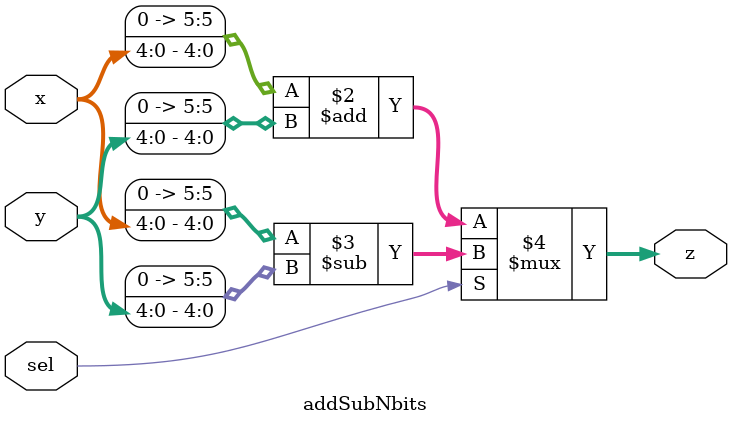
<source format=v>
module addSubNbits 
# (parameter N = 4)
(
    input wire [N:0] x,
    input wire [N:0] y,
    input sel,
    output wire [N+1:0] z
);

assign z = (sel==0) ? {1'b0, x} + {1'b0, y} : {1'b0, x} - {1'b0, y} ;

endmodule
</source>
